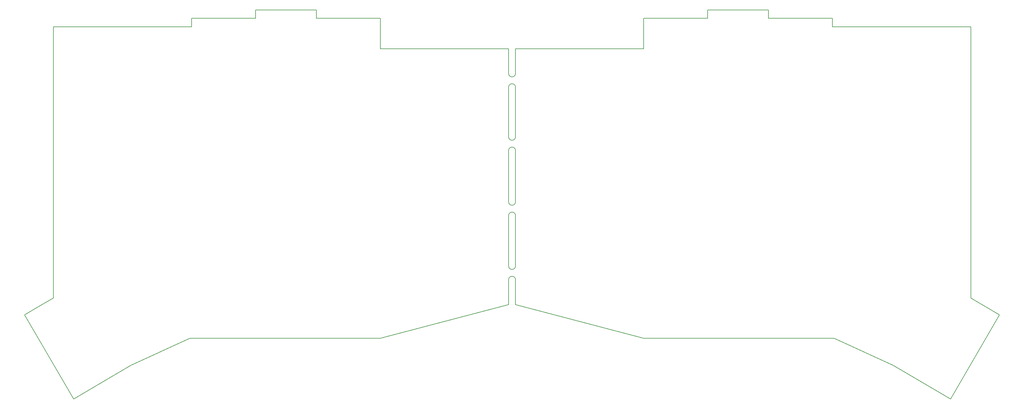
<source format=gm1>
G04 #@! TF.GenerationSoftware,KiCad,Pcbnew,7.0.2*
G04 #@! TF.CreationDate,2023-05-26T11:36:11-04:00*
G04 #@! TF.ProjectId,SofleKeyboard,536f666c-654b-4657-9962-6f6172642e6b,rev?*
G04 #@! TF.SameCoordinates,Original*
G04 #@! TF.FileFunction,Profile,NP*
%FSLAX46Y46*%
G04 Gerber Fmt 4.6, Leading zero omitted, Abs format (unit mm)*
G04 Created by KiCad (PCBNEW 7.0.2) date 2023-05-26 11:36:11*
%MOMM*%
%LPD*%
G01*
G04 APERTURE LIST*
G04 #@! TA.AperFunction,Profile*
%ADD10C,0.150000*%
G04 #@! TD*
G04 APERTURE END LIST*
D10*
X147320000Y-120396000D02*
X147320000Y-127816000D01*
X147320000Y-101346000D02*
X147320000Y-116332000D01*
X147320000Y-82042000D02*
X147320000Y-97282000D01*
X147320000Y-63246000D02*
X147320000Y-77978000D01*
X147320000Y-51816000D02*
X147320000Y-59182000D01*
X149352000Y-59182000D02*
X149360000Y-51816000D01*
X149352000Y-77978000D02*
X149352000Y-63246000D01*
X149352000Y-97282000D02*
X149352000Y-82042000D01*
X149352000Y-116332000D02*
X149352000Y-101346000D01*
X149360000Y-127816000D02*
X149352000Y-120396000D01*
X149352000Y-63246000D02*
G75*
G03*
X147320000Y-63246000I-1016000J0D01*
G01*
X147320000Y-59182000D02*
G75*
G03*
X149352000Y-59182000I1016000J0D01*
G01*
X149352000Y-82042000D02*
G75*
G03*
X147320000Y-82042000I-1016000J0D01*
G01*
X147320000Y-77978000D02*
G75*
G03*
X149352000Y-77978000I1016000J0D01*
G01*
X149352000Y-101346000D02*
G75*
G03*
X147320000Y-101346000I-1016000J0D01*
G01*
X147320000Y-97282000D02*
G75*
G03*
X149352000Y-97282000I1016000J0D01*
G01*
X149352000Y-120396000D02*
G75*
G03*
X147320000Y-120396000I-1016000J0D01*
G01*
X147320000Y-116332000D02*
G75*
G03*
X149352000Y-116332000I1016000J0D01*
G01*
X33820000Y-45316000D02*
X12320000Y-45316000D01*
X284360000Y-104704000D02*
X284360000Y-45316000D01*
X12320000Y-105316000D02*
X12320000Y-125816000D01*
X206360000Y-42816000D02*
X187360000Y-42816000D01*
X53320000Y-42816000D02*
X53320000Y-45316000D01*
X187360000Y-42816000D02*
X187360000Y-51816000D01*
X243360000Y-42816000D02*
X224360000Y-42816000D01*
X18320000Y-155816000D02*
X35320000Y-145816000D01*
X72320000Y-42816000D02*
X53320000Y-42816000D01*
X109320000Y-137816000D02*
X147320000Y-127816000D01*
X53320000Y-45316000D02*
X33820000Y-45316000D01*
X278360000Y-155816000D02*
X292860000Y-130816000D01*
X149360000Y-127816000D02*
X187360000Y-137816000D01*
X206360000Y-40316000D02*
X206360000Y-42816000D01*
X261360000Y-145816000D02*
X278360000Y-155816000D01*
X284360000Y-125816000D02*
X284360000Y-105316000D01*
X284360000Y-45316000D02*
X262860000Y-45316000D01*
X12320000Y-104704000D02*
X12320000Y-105316000D01*
X292860000Y-130816000D02*
X286860000Y-127316000D01*
X3820000Y-130816000D02*
X18320000Y-155816000D01*
X224360000Y-42816000D02*
X224360000Y-40316000D01*
X187360000Y-51816000D02*
X149360000Y-51816000D01*
X109320000Y-42816000D02*
X90320000Y-42816000D01*
X224360000Y-40316000D02*
X206360000Y-40316000D01*
X90320000Y-40316000D02*
X72320000Y-40316000D01*
X187360000Y-137816000D02*
X243860000Y-137816000D01*
X243860000Y-137816000D02*
X261360000Y-145816000D01*
X12320000Y-125816000D02*
X9820000Y-127316000D01*
X262860000Y-45316000D02*
X243360000Y-45316000D01*
X35320000Y-145816000D02*
X52820000Y-137816000D01*
X147320000Y-51816000D02*
X109320000Y-51816000D01*
X12320000Y-45316000D02*
X12320000Y-104704000D01*
X72320000Y-40316000D02*
X72320000Y-42816000D01*
X286860000Y-127316000D02*
X284360000Y-125816000D01*
X243360000Y-45316000D02*
X243360000Y-42816000D01*
X284360000Y-105316000D02*
X284360000Y-104704000D01*
X109320000Y-51816000D02*
X109320000Y-42816000D01*
X9820000Y-127316000D02*
X3820000Y-130816000D01*
X52820000Y-137816000D02*
X109320000Y-137816000D01*
X90320000Y-42816000D02*
X90320000Y-40316000D01*
M02*

</source>
